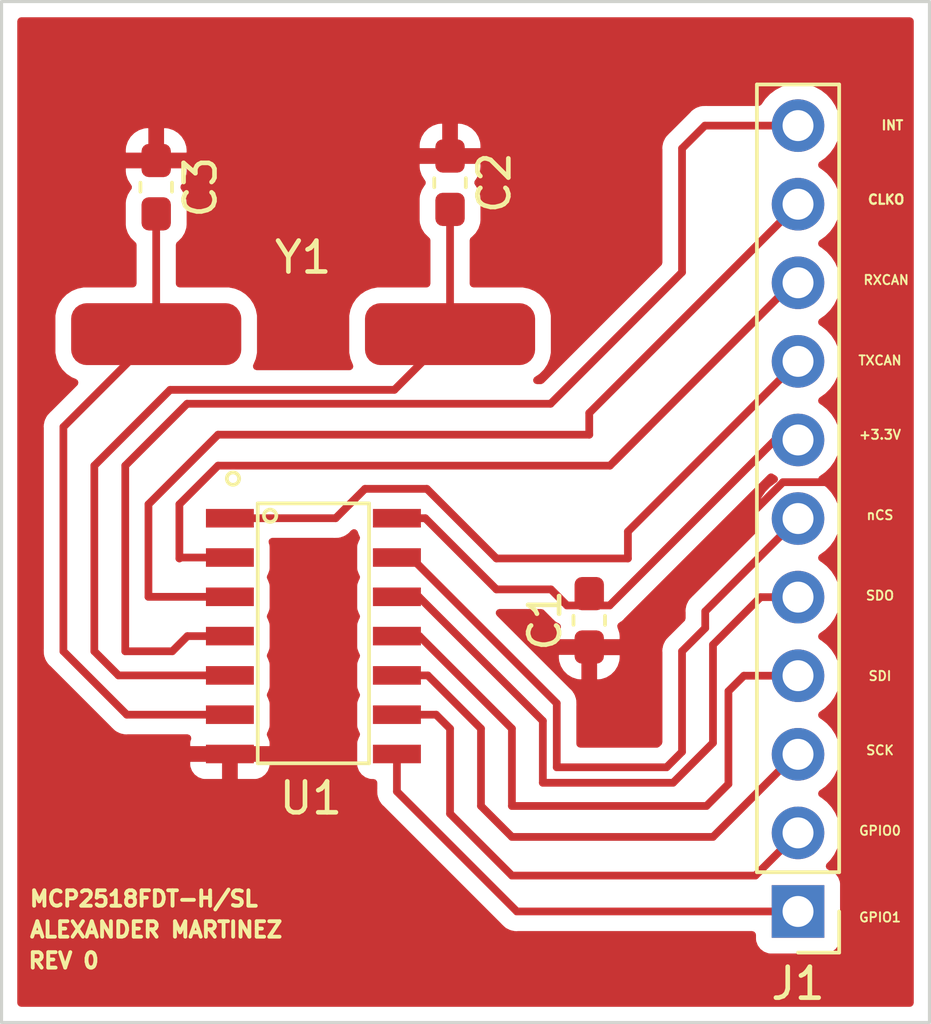
<source format=kicad_pcb>
(kicad_pcb (version 20211014) (generator pcbnew)
  (layers (0 "F.Cu" signal) (31 "B.Cu" signal) (34 "B.Paste" user) (35 "F.Paste" user) (36 "B.SilkS" user "B.Silkscreen") (37 "F.SilkS" user "F.Silkscreen") (38 "B.Mask" user) (39 "F.Mask" user) (44 "Edge.Cuts" user))
  (net 0 "")
  (net 1 "GND")
  (net 2 "+3.3V")
  (net 3 "Net-(C2-Pad2)")
  (net 4 "Net-(C3-Pad2)")
  (net 5 "Net-(J1-Pad1)")
  (net 6 "Net-(J1-Pad2)")
  (net 7 "Net-(J1-Pad3)")
  (net 8 "Net-(J1-Pad4)")
  (net 9 "Net-(J1-Pad5)")
  (net 10 "Net-(J1-Pad6)")
  (net 11 "Net-(J1-Pad8)")
  (net 12 "Net-(J1-Pad9)")
  (net 13 "Net-(J1-Pad10)")
  (net 14 "Net-(J1-Pad11)")
  (footprint "Capacitor_SMD:C_0603_1608Metric_Pad1.08x0.95mm_HandSolder" (layer "F.Cu") (at 162.5 76.855 -90)
    (fp_text reference "C2" (at 0 -1.43 -90) (layer "F.SilkS"))
    (fp_text value "22pF")
    (fp_line (start -0.146267 -0.51) (end 0.146267 -0.51) (layer "F.SilkS") (width 0.12))
    (fp_line (start -0.146267 0.51) (end 0.146267 0.51) (layer "F.SilkS") (width 0.12))
    (pad "1" smd roundrect (at -0.8625 0 270) (size 1.075 0.95) (layers "F.Cu" "F.Paste" "F.Mask") (net 1 "GND"))
    (pad "2" smd roundrect (at 0.8625 0 270) (size 1.075 0.95) (layers "F.Cu" "F.Paste" "F.Mask") (net 3 "Net-(C2-Pad2)"))
  )
  (footprint "Breakout_library:14-SOIC" (layer "F.Cu") (at 165.1825 91.18 -90)
    (fp_text reference "U1" (at 5.57 7.1825 unlocked) (layer "F.SilkS"))
    (fp_text value "MCP2518FDT-H/SL" (at 8.82 12.5825 unlocked) (layer "F.SilkS") (effects (font (size 0.5 0.5) (thickness 0.125))))
    (fp_line (start 4.44 8.9) (end 4.44 5.3) (layer "F.SilkS") (width 0.12))
    (fp_line (start -3.96 8.9) (end 4.44 8.9) (layer "F.SilkS") (width 0.12))
    (fp_line (start -3.96 5.3) (end -3.96 8.9) (layer "F.SilkS") (width 0.12))
    (fp_line (start 4.44 5.3) (end -3.96 5.3) (layer "F.SilkS") (width 0.12))
    (fp_circle (center -4.76 9.7) (end -4.56 9.7) (layer "F.SilkS") (width 0.12) (fill none))
    (fp_circle (center -3.56 8.5) (end -3.56 8.7) (layer "F.SilkS") (width 0.12) (fill none))
    (pad "1" smd rect (at -3.48 9.8 90) (size 0.6 1.55) (layers "F.Cu" "F.Paste" "F.Mask") (net 11 "Net-(J1-Pad8)"))
    (pad "2" smd rect (at -2.21 9.8 90) (size 0.6 1.55) (layers "F.Cu" "F.Paste" "F.Mask") (net 12 "Net-(J1-Pad9)"))
    (pad "3" smd rect (at -0.94 9.8 90) (size 0.6 1.55) (layers "F.Cu" "F.Paste" "F.Mask") (net 13 "Net-(J1-Pad10)"))
    (pad "4" smd rect (at 0.33 9.8 90) (size 0.6 1.55) (layers "F.Cu" "F.Paste" "F.Mask") (net 14 "Net-(J1-Pad11)"))
    (pad "5" smd rect (at 1.6 9.8 90) (size 0.6 1.55) (layers "F.Cu" "F.Paste" "F.Mask") (net 3 "Net-(C2-Pad2)"))
    (pad "6" smd rect (at 2.87 9.8 90) (size 0.6 1.55) (layers "F.Cu" "F.Paste" "F.Mask") (net 4 "Net-(C3-Pad2)"))
    (pad "7" smd rect (at 4.14 9.8 90) (size 0.6 1.55) (layers "F.Cu" "F.Paste" "F.Mask") (net 1 "GND"))
    (pad "8" smd rect (at 4.14 4.4 90) (size 0.6 1.55) (layers "F.Cu" "F.Paste" "F.Mask") (net 5 "Net-(J1-Pad1)"))
    (pad "9" smd rect (at 2.87 4.4 90) (size 0.6 1.55) (layers "F.Cu" "F.Paste" "F.Mask") (net 6 "Net-(J1-Pad2)"))
    (pad "10" smd rect (at 1.6 4.4 90) (size 0.6 1.55) (layers "F.Cu" "F.Paste" "F.Mask") (net 7 "Net-(J1-Pad3)"))
    (pad "11" smd rect (at 0.33 4.4 90) (size 0.6 1.55) (layers "F.Cu" "F.Paste" "F.Mask") (net 8 "Net-(J1-Pad4)"))
    (pad "12" smd rect (at -0.94 4.4 90) (size 0.6 1.55) (layers "F.Cu" "F.Paste" "F.Mask") (net 9 "Net-(J1-Pad5)"))
    (pad "13" smd rect (at -2.21 4.4 90) (size 0.6 1.55) (layers "F.Cu" "F.Paste" "F.Mask") (net 10 "Net-(J1-Pad6)"))
    (pad "14" smd rect (at -3.48 4.4 90) (size 0.6 1.55) (layers "F.Cu" "F.Paste" "F.Mask") (net 2 "+3.3V"))
  )
  (footprint "Breakout_library:HC-49US" (layer "F.Cu") (at 157.75 76.75)
    (fp_text reference "Y1" (at 0 2.52 unlocked) (layer "F.SilkS"))
    (fp_text value "4 MHz" hide)
    (pad "1" smd roundrect (at -4.75 5) (size 5.5 2) (layers "F.Cu" "F.Paste" "F.Mask") (net 4 "Net-(C3-Pad2)"))
    (pad "2" smd roundrect (at 4.75 5) (size 5.5 2) (layers "F.Cu" "F.Paste" "F.Mask") (net 3 "Net-(C2-Pad2)"))
  )
  (footprint "Capacitor_SMD:C_0603_1608Metric_Pad1.08x0.95mm_HandSolder" (layer "F.Cu") (at 153 77 -90)
    (fp_text reference "C3" (at 0 -1.43 -90) (layer "F.SilkS"))
    (fp_text value "22pF")
    (fp_line (start -0.146267 0.51) (end 0.146267 0.51) (layer "F.SilkS") (width 0.12))
    (fp_line (start -0.146267 -0.51) (end 0.146267 -0.51) (layer "F.SilkS") (width 0.12))
    (pad "1" smd roundrect (at -0.8625 0 270) (size 1.075 0.95) (layers "F.Cu" "F.Paste" "F.Mask") (net 1 "GND"))
    (pad "2" smd roundrect (at 0.8625 0 270) (size 1.075 0.95) (layers "F.Cu" "F.Paste" "F.Mask") (net 4 "Net-(C3-Pad2)"))
  )
  (footprint "Capacitor_SMD:C_0603_1608Metric_Pad1.08x0.95mm_HandSolder" (layer "F.Cu") (at 167 91 90)
    (fp_text reference "C1" (at 0 -1.43 90) (layer "F.SilkS"))
    (fp_text value "0.1uF")
    (fp_line (start -0.146267 0.51) (end 0.146267 0.51) (layer "F.SilkS") (width 0.12))
    (fp_line (start -0.146267 -0.51) (end 0.146267 -0.51) (layer "F.SilkS") (width 0.12))
    (pad "1" smd roundrect (at -0.8625 0 90) (size 1.075 0.95) (layers "F.Cu" "F.Paste" "F.Mask") (net 1 "GND"))
    (pad "2" smd roundrect (at 0.8625 0 90) (size 1.075 0.95) (layers "F.Cu" "F.Paste" "F.Mask") (net 2 "+3.3V"))
  )
  (footprint "Connector_PinHeader_2.54mm:PinHeader_1x11_P2.54mm_Vertical" (layer "F.Cu") (at 173.75 100.41 180)
    (fp_text reference "J1" (at 0 -2.33) (layer "F.SilkS"))
    (fp_text value "Breakout")
    (fp_line (start 1.33 1.27) (end 1.33 26.73) (layer "F.SilkS") (width 0.12))
    (fp_line (start -1.33 26.73) (end 1.33 26.73) (layer "F.SilkS") (width 0.12))
    (fp_line (start -1.33 -1.33) (end 0 -1.33) (layer "F.SilkS") (width 0.12))
    (fp_line (start -1.33 1.27) (end 1.33 1.27) (layer "F.SilkS") (width 0.12))
    (fp_line (start -1.33 0) (end -1.33 -1.33) (layer "F.SilkS") (width 0.12))
    (fp_line (start -1.33 1.27) (end -1.33 26.73) (layer "F.SilkS") (width 0.12))
    (pad "1" thru_hole rect (at 0 0 180) (size 1.7 1.7) (drill 1) (layers *.Cu *.Mask) (net 5 "Net-(J1-Pad1)"))
    (pad "2" thru_hole oval (at 0 2.54 180) (size 1.7 1.7) (drill 1) (layers *.Cu *.Mask) (net 6 "Net-(J1-Pad2)"))
    (pad "3" thru_hole oval (at 0 5.08 180) (size 1.7 1.7) (drill 1) (layers *.Cu *.Mask) (net 7 "Net-(J1-Pad3)"))
    (pad "4" thru_hole oval (at 0 7.62 180) (size 1.7 1.7) (drill 1) (layers *.Cu *.Mask) (net 8 "Net-(J1-Pad4)"))
    (pad "5" thru_hole oval (at 0 10.16 180) (size 1.7 1.7) (drill 1) (layers *.Cu *.Mask) (net 9 "Net-(J1-Pad5)"))
    (pad "6" thru_hole oval (at 0 12.7 180) (size 1.7 1.7) (drill 1) (layers *.Cu *.Mask) (net 10 "Net-(J1-Pad6)"))
    (pad "7" thru_hole oval (at 0 15.24 180) (size 1.7 1.7) (drill 1) (layers *.Cu *.Mask) (net 2 "+3.3V"))
    (pad "8" thru_hole oval (at 0 17.78 180) (size 1.7 1.7) (drill 1) (layers *.Cu *.Mask) (net 11 "Net-(J1-Pad8)"))
    (pad "9" thru_hole oval (at 0 20.32 180) (size 1.7 1.7) (drill 1) (layers *.Cu *.Mask) (net 12 "Net-(J1-Pad9)"))
    (pad "10" thru_hole oval (at 0 22.86 180) (size 1.7 1.7) (drill 1) (layers *.Cu *.Mask) (net 13 "Net-(J1-Pad10)"))
    (pad "11" thru_hole oval (at 0 25.4 180) (size 1.7 1.7) (drill 1) (layers *.Cu *.Mask) (net 14 "Net-(J1-Pad11)"))
  )
  (gr_rect (start 148 71) (end 178 104) (layer "Edge.Cuts") (width 0.1) (fill none))
  (gr_text "nCS" (at 176.4 87.6) (layer "F.SilkS") (effects (font (size 0.3 0.3) (thickness 0.06))))
  (gr_text "+3.3V" (at 176.4 85) (layer "F.SilkS") (effects (font (size 0.3 0.3) (thickness 0.06))))
  (gr_text "SDI" (at 176.4 92.8) (layer "F.SilkS") (effects (font (size 0.3 0.3) (thickness 0.06))))
  (gr_text "RXCAN" (at 176.6 80) (layer "F.SilkS") (effects (font (size 0.3 0.3) (thickness 0.06))))
  (gr_text "GPIO1" (at 176.4 100.6) (layer "F.SilkS") (effects (font (size 0.3 0.3) (thickness 0.06))))
  (gr_text "SCK" (at 176.4 95.2) (layer "F.SilkS") (effects (font (size 0.3 0.3) (thickness 0.06))))
  (gr_text "ALEXANDER MARTINEZ\n" (at 153 101) (layer "F.SilkS") (effects (font (size 0.5 0.5) (thickness 0.125))))
  (gr_text "INT" (at 176.8 75) (layer "F.SilkS") (effects (font (size 0.3 0.3) (thickness 0.07))))
  (gr_text "CLKO" (at 176.6 77.4) (layer "F.SilkS") (effects (font (size 0.3 0.3) (thickness 0.075))))
  (gr_text "REV 0 " (at 150.2 102) (layer "F.SilkS") (effects (font (size 0.5 0.5) (thickness 0.125))))
  (gr_text "SDO" (at 176.4 90.2) (layer "F.SilkS") (effects (font (size 0.3 0.3) (thickness 0.06))))
  (gr_text "GPIO0" (at 176.4 97.8) (layer "F.SilkS") (effects (font (size 0.3 0.3) (thickness 0.06))))
  (gr_text "TXCAN" (at 176.4 82.6) (layer "F.SilkS") (effects (font (size 0.3 0.3) (thickness 0.06))))
  (segment (start 162.5 76.375) (end 162.5 74.1) (width 0.25) (layer "F.Cu") (net 1))
  (segment (start 155.3825 96.1325) (end 155.5 96.25) (width 0.25) (layer "F.Cu") (net 1))
  (segment (start 169 92) (end 167.52 92) (width 0.25) (layer "F.Cu") (net 1))
  (segment (start 153 76.1375) (end 153 74.4) (width 0.25) (layer "F.Cu") (net 1))
  (segment (start 167.52 92) (end 167 91.48) (width 0.25) (layer "F.Cu") (net 1))
  (segment (start 153 76.17) (end 153 76) (width 0.25) (layer "F.Cu") (net 1))
  (segment (start 176.535 86.535) (end 173.263299 86.535) (width 0.25) (layer "F.Cu") (net 1))
  (segment (start 155.3825 95.32) (end 155.3825 96.1325) (width 0.25) (layer "F.Cu") (net 1))
  (segment (start 173.263299 86.535) (end 169 90.798299) (width 0.25) (layer "F.Cu") (net 1))
  (segment (start 169 90.798299) (end 169 92) (width 0.25) (layer "F.Cu") (net 1))
  (segment (start 177 87) (end 176.535 86.535) (width 0.25) (layer "F.Cu") (net 1))
  (segment (start 165.762391 90) (end 166.282391 90.52) (width 0.25) (layer "F.Cu") (net 2))
  (segment (start 173.00761 85.17) (end 173.75 85.17) (width 0.25) (layer "F.Cu") (net 2))
  (segment (start 161.7 87.7) (end 164 90) (width 0.25) (layer "F.Cu") (net 2))
  (segment (start 164 90) (end 165.762391 90) (width 0.25) (layer "F.Cu") (net 2))
  (segment (start 160.7825 87.7) (end 161.7 87.7) (width 0.25) (layer "F.Cu") (net 2))
  (segment (start 167.65761 90.52) (end 173.00761 85.17) (width 0.25) (layer "F.Cu") (net 2))
  (segment (start 166.282391 90.52) (end 167.65761 90.52) (width 0.25) (layer "F.Cu") (net 2))
  (segment (start 153.45 83.55) (end 151 86) (width 0.25) (layer "F.Cu") (net 3))
  (segment (start 160.7 83.55) (end 153.45 83.55) (width 0.25) (layer "F.Cu") (net 3))
  (segment (start 162.5 77.335) (end 162.5 81.75) (width 0.25) (layer "F.Cu") (net 3))
  (segment (start 162.5 81.75) (end 160.7 83.55) (width 0.25) (layer "F.Cu") (net 3))
  (segment (start 151.78 92.78) (end 155.3825 92.78) (width 0.25) (layer "F.Cu") (net 3))
  (segment (start 151 86) (end 151 92) (width 0.25) (layer "F.Cu") (net 3))
  (segment (start 151 92) (end 151.78 92.78) (width 0.25) (layer "F.Cu") (net 3))
  (segment (start 153 81.75) (end 150 84.75) (width 0.25) (layer "F.Cu") (net 4))
  (segment (start 150 92) (end 152.05 94.05) (width 0.25) (layer "F.Cu") (net 4))
  (segment (start 152.05 94.05) (end 155.3825 94.05) (width 0.25) (layer "F.Cu") (net 4))
  (segment (start 150 84.75) (end 150 92) (width 0.25) (layer "F.Cu") (net 4))
  (segment (start 153 77.8625) (end 153 81.75) (width 0.25) (layer "F.Cu") (net 4))
  (segment (start 160.7825 95.32) (end 160.7825 96.5325) (width 0.25) (layer "F.Cu") (net 5))
  (segment (start 160.7825 96.5325) (end 164.66 100.41) (width 0.25) (layer "F.Cu") (net 5))
  (segment (start 164.66 100.41) (end 173.75 100.41) (width 0.25) (layer "F.Cu") (net 5))
  (segment (start 160.7825 94.05) (end 162.05 94.05) (width 0.25) (layer "F.Cu") (net 6))
  (segment (start 162.5 94.5) (end 162.5 97.25) (width 0.25) (layer "F.Cu") (net 6))
  (segment (start 162.5 97.25) (end 164.5 99.25) (width 0.25) (layer "F.Cu") (net 6))
  (segment (start 172.37 99.25) (end 173.75 97.87) (width 0.25) (layer "F.Cu") (net 6))
  (segment (start 164.5 99.25) (end 172.37 99.25) (width 0.25) (layer "F.Cu") (net 6))
  (segment (start 162.05 94.05) (end 162.5 94.5) (width 0.25) (layer "F.Cu") (net 6))
  (segment (start 161.78 92.78) (end 163.5 94.5) (width 0.25) (layer "F.Cu") (net 7))
  (segment (start 160.7825 92.78) (end 161.78 92.78) (width 0.25) (layer "F.Cu") (net 7))
  (segment (start 171 98) (end 173.67 95.33) (width 0.25) (layer "F.Cu") (net 7))
  (segment (start 164.5 98) (end 171 98) (width 0.25) (layer "F.Cu") (net 7))
  (segment (start 173.67 95.33) (end 173.75 95.33) (width 0.25) (layer "F.Cu") (net 7))
  (segment (start 163.5 97) (end 164.5 98) (width 0.25) (layer "F.Cu") (net 7))
  (segment (start 163.5 94.5) (end 163.5 97) (width 0.25) (layer "F.Cu") (net 7))
  (segment (start 171.5 93.29) (end 172 92.79) (width 0.25) (layer "F.Cu") (net 8))
  (segment (start 172 92.79) (end 173.75 92.79) (width 0.25) (layer "F.Cu") (net 8))
  (segment (start 160.7825 91.51) (end 161.51 91.51) (width 0.25) (layer "F.Cu") (net 8))
  (segment (start 164.5 97) (end 170.79 97) (width 0.25) (layer "F.Cu") (net 8))
  (segment (start 170.79 97) (end 171.5 96.29) (width 0.25) (layer "F.Cu") (net 8))
  (segment (start 171.5 96.29) (end 171.5 93.29) (width 0.25) (layer "F.Cu") (net 8))
  (segment (start 164.5 94.5) (end 164.5 97) (width 0.25) (layer "F.Cu") (net 8))
  (segment (start 161.51 91.51) (end 164.5 94.5) (width 0.25) (layer "F.Cu") (net 8))
  (segment (start 165.5 96.25) (end 169.71 96.25) (width 0.25) (layer "F.Cu") (net 9))
  (segment (start 165.5 94.25) (end 165.5 96.25) (width 0.25) (layer "F.Cu") (net 9))
  (segment (start 161.49 90.24) (end 165.5 94.25) (width 0.25) (layer "F.Cu") (net 9))
  (segment (start 172.54 90.25) (end 173.75 90.25) (width 0.25) (layer "F.Cu") (net 9))
  (segment (start 171 94.96) (end 171 91.79) (width 0.25) (layer "F.Cu") (net 9))
  (segment (start 160.7825 90.24) (end 161.49 90.24) (width 0.25) (layer "F.Cu") (net 9))
  (segment (start 171 91.79) (end 172.54 90.25) (width 0.25) (layer "F.Cu") (net 9))
  (segment (start 169.71 96.25) (end 171 94.96) (width 0.25) (layer "F.Cu") (net 9))
  (segment (start 170.75 91.25) (end 170.75 90.71) (width 0.25) (layer "F.Cu") (net 10))
  (segment (start 170 92) (end 170.75 91.25) (width 0.25) (layer "F.Cu") (net 10))
  (segment (start 160.7825 88.97) (end 161.2375 88.97) (width 0.25) (layer "F.Cu") (net 10))
  (segment (start 165.95 95.75) (end 169.5 95.75) (width 0.25) (layer "F.Cu") (net 10))
  (segment (start 169.5 95.75) (end 170 95.25) (width 0.25) (layer "F.Cu") (net 10))
  (segment (start 161.2375 88.97) (end 165.95 93.6825) (width 0.25) (layer "F.Cu") (net 10))
  (segment (start 170.75 90.71) (end 173.75 87.71) (width 0.25) (layer "F.Cu") (net 10))
  (segment (start 170 95.25) (end 170 92) (width 0.25) (layer "F.Cu") (net 10))
  (segment (start 165.95 93.6825) (end 165.95 95.75) (width 0.25) (layer "F.Cu") (net 10))
  (segment (start 155.3825 87.7) (end 158.8 87.7) (width 0.25) (layer "F.Cu") (net 11))
  (segment (start 161.75 86.75) (end 164 89) (width 0.25) (layer "F.Cu") (net 11))
  (segment (start 168.25 88.13) (end 173.75 82.63) (width 0.25) (layer "F.Cu") (net 11))
  (segment (start 158.8 87.7) (end 159.75 86.75) (width 0.25) (layer "F.Cu") (net 11))
  (segment (start 159.75 86.75) (end 161.75 86.75) (width 0.25) (layer "F.Cu") (net 11))
  (segment (start 168.25 89) (end 168.25 88.13) (width 0.25) (layer "F.Cu") (net 11))
  (segment (start 164 89) (end 168.25 89) (width 0.25) (layer "F.Cu") (net 11))
  (segment (start 153.75 87.25) (end 155 86) (width 0.25) (layer "F.Cu") (net 12))
  (segment (start 153.75 89) (end 153.75 87.25) (width 0.25) (layer "F.Cu") (net 12))
  (segment (start 155.3825 88.97) (end 153.78 88.97) (width 0.25) (layer "F.Cu") (net 12))
  (segment (start 167.67 86) (end 168.92 84.75) (width 0.25) (layer "F.Cu") (net 12))
  (segment (start 167.8 85.87) (end 168.92 84.75) (width 0.25) (layer "F.Cu") (net 12))
  (segment (start 153.78 88.97) (end 153.75 89) (width 0.25) (layer "F.Cu") (net 12))
  (segment (start 168.92 84.75) (end 173.75 79.92) (width 0.25) (layer "F.Cu") (net 12))
  (segment (start 155 86) (end 167.67 86) (width 0.25) (layer "F.Cu") (net 12))
  (segment (start 167 85) (end 167 84.3) (width 0.25) (layer "F.Cu") (net 13))
  (segment (start 167 84.3) (end 173.75 77.55) (width 0.25) (layer "F.Cu") (net 13))
  (segment (start 155.3825 90.24) (end 152.75 90.24) (width 0.25) (layer "F.Cu") (net 13))
  (segment (start 152.75 90.24) (end 152.75 87.25) (width 0.25) (layer "F.Cu") (net 13))
  (segment (start 155 85) (end 167 85) (width 0.25) (layer "F.Cu") (net 13))
  (segment (start 152.75 87.25) (end 155 85) (width 0.25) (layer "F.Cu") (net 13))
  (segment (start 170 79.75) (end 170 75.75) (width 0.25) (layer "F.Cu") (net 14))
  (segment (start 170.74 75.01) (end 173.75 75.01) (width 0.25) (layer "F.Cu") (net 14))
  (segment (start 154 84) (end 165.75 84) (width 0.25) (layer "F.Cu") (net 14))
  (segment (start 155.3825 91.51) (end 154.01 91.51) (width 0.25) (layer "F.Cu") (net 14))
  (segment (start 165.75 84) (end 170 79.75) (width 0.25) (layer "F.Cu") (net 14))
  (segment (start 152 86) (end 154 84) (width 0.25) (layer "F.Cu") (net 14))
  (segment (start 153.52 92) (end 152 92) (width 0.25) (layer "F.Cu") (net 14))
  (segment (start 154.01 91.51) (end 153.52 92) (width 0.25) (layer "F.Cu") (net 14))
  (segment (start 170 75.75) (end 170.74 75.01) (width 0.25) (layer "F.Cu") (net 14))
  (segment (start 152 92) (end 152 86) (width 0.25) (layer "F.Cu") (net 14))
  (zone (net 1) (net_name "GND") (layer "F.Cu") (connect_pads (clearance 0.508)) (min_thickness 0.254) (fill yes (thermal_gap 0.508) (thermal_bridge_width 0.508))
    (polygon (pts (xy 178 104) (xy 148 104) (xy 148 71) (xy 178 71)))
  )
)
</source>
